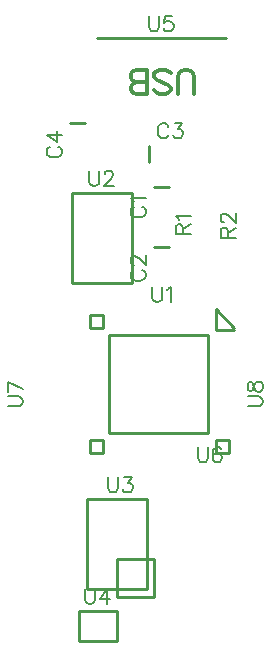
<source format=gbr>
G04 DipTrace 2.2.0.9*
%INTopSilk.gbr*%
%MOIN*%
%ADD10C,0.0098*%
%ADD55C,0.0077*%
%ADD56C,0.0124*%
%FSLAX44Y44*%
%SFA1B1*%
%OFA0B0*%
G04*
G70*
G90*
G75*
G01*
%LNTopSilk*%
%LPD*%
X8684Y19353D2*
D10*
X9196D1*
X8684Y17353D2*
X9196D1*
X8527Y20184D2*
Y20696D1*
X5881Y21476D2*
X6393D1*
X10490Y14399D2*
X7178D1*
Y11150D1*
X10490D1*
Y14399D1*
X6990Y10900D2*
X6553D1*
Y10462D1*
X6990D1*
Y10900D1*
X11178D2*
X10740D1*
Y10462D1*
X11178D1*
Y10900D1*
X6990Y15087D2*
X6553D1*
Y14650D1*
X6990D1*
Y15087D1*
X10740Y15275D2*
X11365Y14650D1*
Y14587D2*
X10740D1*
Y15275D1*
X7940Y19153D2*
X5940D1*
Y16153D1*
X7940D1*
Y19153D1*
X8440Y8940D2*
X6440D1*
Y5940D1*
X8440D1*
Y8940D1*
X8690Y6940D2*
X7440D1*
Y5690D1*
X8690D1*
Y6940D1*
X7439Y4216D2*
X6189D1*
Y5216D1*
X7439D1*
Y4216D1*
X11085Y24302D2*
X6773D1*
X8032Y18687D2*
D55*
X7984Y18663D1*
D2*
X7936Y18615D1*
D2*
X7912Y18568D1*
D2*
Y18472D1*
D2*
X7936Y18424D1*
D2*
X7984Y18376D1*
D2*
X8032Y18352D1*
D2*
X8104Y18328D1*
D2*
X8224D1*
D2*
X8295Y18352D1*
D2*
X8343Y18376D1*
D2*
X8391Y18424D1*
D2*
X8415Y18472D1*
D2*
Y18568D1*
D2*
X8391Y18615D1*
D2*
X8343Y18663D1*
D2*
X8295Y18687D1*
X8009Y18841D2*
X7984Y18889D1*
D2*
X7913Y18961D1*
D2*
X8415D1*
X8032Y16579D2*
X7984Y16556D1*
D2*
X7936Y16508D1*
D2*
X7912Y16460D1*
D2*
Y16364D1*
D2*
X7936Y16316D1*
D2*
X7984Y16269D1*
D2*
X8032Y16245D1*
D2*
X8104Y16221D1*
D2*
X8224D1*
D2*
X8295Y16245D1*
D2*
X8343Y16269D1*
D2*
X8391Y16316D1*
D2*
X8415Y16364D1*
D2*
Y16460D1*
D2*
X8391Y16508D1*
D2*
X8343Y16556D1*
D2*
X8295Y16579D1*
X8032Y16758D2*
X8009D1*
D2*
X7961Y16782D1*
D2*
X7937Y16806D1*
D2*
X7913Y16854D1*
D2*
Y16949D1*
D2*
X7937Y16997D1*
D2*
X7961Y17021D1*
D2*
X8009Y17045D1*
D2*
X8056D1*
D2*
X8104Y17021D1*
D2*
X8176Y16973D1*
D2*
X8415Y16734D1*
D2*
Y17069D1*
X9170Y21348D2*
X9146Y21396D1*
D2*
X9098Y21444D1*
D2*
X9051Y21468D1*
D2*
X8955D1*
D2*
X8907Y21444D1*
D2*
X8859Y21396D1*
D2*
X8835Y21348D1*
D2*
X8811Y21276D1*
D2*
Y21156D1*
D2*
X8835Y21085D1*
D2*
X8859Y21037D1*
D2*
X8907Y20989D1*
D2*
X8955Y20965D1*
D2*
X9051D1*
D2*
X9098Y20989D1*
D2*
X9146Y21037D1*
D2*
X9170Y21085D1*
X9372Y21467D2*
X9635D1*
D2*
X9492Y21276D1*
D2*
X9564D1*
D2*
X9611Y21252D1*
D2*
X9635Y21228D1*
D2*
X9659Y21156D1*
D2*
Y21109D1*
D2*
X9635Y21037D1*
D2*
X9587Y20989D1*
D2*
X9516Y20965D1*
D2*
X9444D1*
D2*
X9372Y20989D1*
D2*
X9349Y21013D1*
D2*
X9324Y21061D1*
X5229Y20690D2*
X5181Y20666D1*
D2*
X5133Y20618D1*
D2*
X5109Y20570D1*
D2*
Y20475D1*
D2*
X5133Y20427D1*
D2*
X5181Y20379D1*
D2*
X5229Y20355D1*
D2*
X5301Y20331D1*
D2*
X5420D1*
D2*
X5492Y20355D1*
D2*
X5540Y20379D1*
D2*
X5587Y20427D1*
D2*
X5612Y20475D1*
D2*
Y20570D1*
D2*
X5587Y20618D1*
D2*
X5540Y20666D1*
D2*
X5492Y20690D1*
X5612Y21083D2*
X5110D1*
D2*
X5444Y20844D1*
D2*
Y21203D1*
X9652Y17761D2*
Y17976D1*
D2*
X9627Y18048D1*
D2*
X9604Y18073D1*
D2*
X9556Y18096D1*
D2*
X9508D1*
D2*
X9461Y18073D1*
D2*
X9436Y18048D1*
D2*
X9412Y17976D1*
D2*
Y17761D1*
D2*
X9915D1*
X9652Y17929D2*
X9915Y18096D1*
X9509Y18251D2*
X9484Y18299D1*
D2*
X9413Y18371D1*
D2*
X9915D1*
X11152Y17654D2*
Y17869D1*
D2*
X11127Y17941D1*
D2*
X11104Y17965D1*
D2*
X11056Y17989D1*
D2*
X11008D1*
D2*
X10961Y17965D1*
D2*
X10936Y17941D1*
D2*
X10912Y17869D1*
D2*
Y17654D1*
D2*
X11415D1*
X11152Y17821D2*
X11415Y17989D1*
X11032Y18167D2*
X11009D1*
D2*
X10961Y18191D1*
D2*
X10937Y18215D1*
D2*
X10913Y18263D1*
D2*
Y18359D1*
D2*
X10937Y18406D1*
D2*
X10961Y18430D1*
D2*
X11009Y18454D1*
D2*
X11056D1*
D2*
X11104Y18430D1*
D2*
X11176Y18382D1*
D2*
X11415Y18143D1*
D2*
Y18478D1*
X8629Y16007D2*
Y15648D1*
D2*
X8653Y15576D1*
D2*
X8701Y15529D1*
D2*
X8773Y15504D1*
D2*
X8821D1*
D2*
X8893Y15529D1*
D2*
X8941Y15576D1*
D2*
X8964Y15648D1*
D2*
Y16007D1*
X9119Y15911D2*
X9167Y15935D1*
D2*
X9239Y16006D1*
D2*
Y15504D1*
X6528Y19885D2*
Y19526D1*
D2*
X6552Y19454D1*
D2*
X6600Y19407D1*
D2*
X6672Y19382D1*
D2*
X6719D1*
D2*
X6791Y19407D1*
D2*
X6839Y19454D1*
D2*
X6863Y19526D1*
D2*
Y19885D1*
X7042Y19765D2*
Y19789D1*
D2*
X7065Y19837D1*
D2*
X7089Y19861D1*
D2*
X7137Y19884D1*
D2*
X7233D1*
D2*
X7280Y19861D1*
D2*
X7304Y19837D1*
D2*
X7328Y19789D1*
D2*
Y19741D1*
D2*
X7304Y19693D1*
D2*
X7257Y19622D1*
D2*
X7017Y19382D1*
D2*
X7352D1*
X7153Y9672D2*
Y9314D1*
D2*
X7177Y9242D1*
D2*
X7225Y9194D1*
D2*
X7297Y9170D1*
D2*
X7344D1*
D2*
X7416Y9194D1*
D2*
X7464Y9242D1*
D2*
X7488Y9314D1*
D2*
Y9672D1*
X7690D2*
X7953D1*
D2*
X7810Y9481D1*
D2*
X7882D1*
D2*
X7929Y9457D1*
D2*
X7953Y9433D1*
D2*
X7977Y9361D1*
D2*
Y9314D1*
D2*
X7953Y9242D1*
D2*
X7905Y9194D1*
D2*
X7833Y9170D1*
D2*
X7762D1*
D2*
X7690Y9194D1*
D2*
X7667Y9218D1*
D2*
X7642Y9266D1*
X6390Y5948D2*
Y5589D1*
D2*
X6414Y5517D1*
D2*
X6462Y5470D1*
D2*
X6534Y5445D1*
D2*
X6581D1*
D2*
X6653Y5470D1*
D2*
X6701Y5517D1*
D2*
X6725Y5589D1*
D2*
Y5948D1*
X7119Y5445D2*
Y5947D1*
D2*
X6879Y5613D1*
D2*
X7238D1*
X8517Y25034D2*
Y24676D1*
D2*
X8541Y24604D1*
D2*
X8589Y24556D1*
D2*
X8661Y24532D1*
D2*
X8708D1*
D2*
X8780Y24556D1*
D2*
X8828Y24604D1*
D2*
X8852Y24676D1*
D2*
Y25034D1*
X9293D2*
X9055D1*
D2*
X9031Y24819D1*
D2*
X9055Y24843D1*
D2*
X9126Y24867D1*
D2*
X9198D1*
D2*
X9270Y24843D1*
D2*
X9318Y24795D1*
D2*
X9341Y24723D1*
D2*
Y24676D1*
D2*
X9318Y24604D1*
D2*
X9270Y24556D1*
D2*
X9198Y24532D1*
D2*
X9126D1*
D2*
X9055Y24556D1*
D2*
X9031Y24580D1*
D2*
X9007Y24628D1*
X10154Y10668D2*
Y10310D1*
D2*
X10178Y10238D1*
D2*
X10226Y10190D1*
D2*
X10298Y10166D1*
D2*
X10345D1*
D2*
X10417Y10190D1*
D2*
X10465Y10238D1*
D2*
X10489Y10310D1*
D2*
Y10668D1*
X10930Y10596D2*
X10907Y10644D1*
D2*
X10835Y10668D1*
D2*
X10787D1*
D2*
X10715Y10644D1*
D2*
X10667Y10572D1*
D2*
X10644Y10453D1*
D2*
Y10333D1*
D2*
X10667Y10238D1*
D2*
X10715Y10190D1*
D2*
X10787Y10166D1*
D2*
X10811D1*
D2*
X10882Y10190D1*
D2*
X10930Y10238D1*
D2*
X10954Y10310D1*
D2*
Y10333D1*
D2*
X10930Y10405D1*
D2*
X10882Y10453D1*
D2*
X10811Y10477D1*
D2*
X10787D1*
D2*
X10715Y10453D1*
D2*
X10667Y10405D1*
D2*
X10644Y10333D1*
X3808Y12028D2*
X4166D1*
D2*
X4238Y12052D1*
D2*
X4286Y12100D1*
D2*
X4310Y12172D1*
D2*
Y12219D1*
D2*
X4286Y12291D1*
D2*
X4238Y12339D1*
D2*
X4166Y12363D1*
D2*
X3808D1*
X4310Y12613D2*
X3808Y12852D1*
D2*
Y12517D1*
X11808Y12028D2*
X12166D1*
D2*
X12238Y12052D1*
D2*
X12286Y12100D1*
D2*
X12310Y12172D1*
D2*
Y12219D1*
D2*
X12286Y12291D1*
D2*
X12238Y12339D1*
D2*
X12166Y12363D1*
D2*
X11808D1*
Y12637D2*
X11832Y12566D1*
D2*
X11880Y12541D1*
D2*
X11928D1*
D2*
X11975Y12566D1*
D2*
X12000Y12613D1*
D2*
X12023Y12709D1*
D2*
X12047Y12781D1*
D2*
X12095Y12828D1*
D2*
X12143Y12852D1*
D2*
X12215D1*
D2*
X12262Y12828D1*
D2*
X12286Y12804D1*
D2*
X12310Y12732D1*
D2*
Y12637D1*
D2*
X12286Y12566D1*
D2*
X12262Y12541D1*
D2*
X12215Y12517D1*
D2*
X12143D1*
D2*
X12095Y12541D1*
D2*
X12047Y12589D1*
D2*
X12023Y12661D1*
D2*
X12000Y12756D1*
D2*
X11975Y12804D1*
D2*
X11928Y12828D1*
D2*
X11880D1*
D2*
X11832Y12804D1*
D2*
X11808Y12732D1*
D2*
Y12637D1*
X10023Y22449D2*
D56*
Y23023D1*
D2*
X9985Y23138D1*
D2*
X9908Y23214D1*
D2*
X9793Y23253D1*
D2*
X9717D1*
D2*
X9602Y23214D1*
D2*
X9525Y23138D1*
D2*
X9487Y23023D1*
D2*
Y22449D1*
X8704Y22564D2*
X8780Y22487D1*
D2*
X8895Y22449D1*
D2*
X9048D1*
D2*
X9163Y22487D1*
D2*
X9240Y22564D1*
D2*
Y22640D1*
D2*
X9201Y22717D1*
D2*
X9163Y22755D1*
D2*
X9087Y22793D1*
D2*
X8857Y22870D1*
D2*
X8780Y22908D1*
D2*
X8742Y22947D1*
D2*
X8704Y23023D1*
D2*
Y23138D1*
D2*
X8780Y23214D1*
D2*
X8895Y23253D1*
D2*
X9048D1*
D2*
X9163Y23214D1*
D2*
X9240Y23138D1*
X8457Y22449D2*
Y23253D1*
D2*
X8112D1*
D2*
X7997Y23214D1*
D2*
X7959Y23176D1*
D2*
X7921Y23100D1*
D2*
Y22985D1*
D2*
X7959Y22908D1*
D2*
X7997Y22870D1*
D2*
X8112Y22832D1*
D2*
X7997Y22793D1*
D2*
X7959Y22755D1*
D2*
X7921Y22679D1*
D2*
Y22602D1*
D2*
X7959Y22526D1*
D2*
X7997Y22487D1*
D2*
X8112Y22449D1*
D2*
X8457D1*
Y22832D2*
X8112D1*
M02*

</source>
